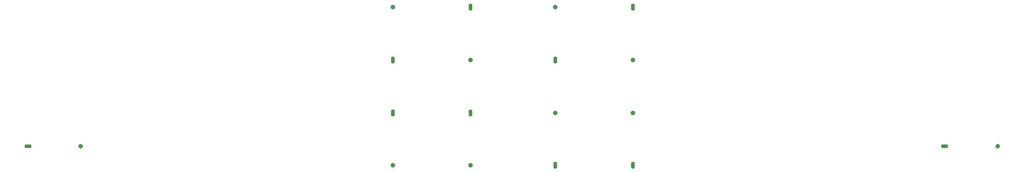
<source format=gbr>
%TF.GenerationSoftware,Altium Limited,Altium Designer,22.5.1 (42)*%
G04 Layer_Color=0*
%FSLAX26Y26*%
%MOIN*%
%TF.SameCoordinates,06390142-FE97-446B-9427-C7DC68BF18C4*%
%TF.FilePolarity,Positive*%
%TF.FileFunction,NonPlated,1,8,NPTH,Drill*%
%TF.Part,Single*%
G01*
G75*
%TA.AperFunction,ComponentDrill*%
%ADD47O,0.022835X0.039370*%
%ADD48C,0.025984*%
%ADD49C,0.025984*%
%ADD50O,0.039370X0.022835*%
D47*
X3897638Y1761811D02*
D03*
X4803150Y1466535D02*
D03*
X4370079D02*
D03*
X4803150Y2352362D02*
D03*
X4370079Y2057087D02*
D03*
X3897638Y2352362D02*
D03*
X3464567Y2057087D02*
D03*
Y1761811D02*
D03*
D48*
X3897638Y1466535D02*
D03*
X4803150Y1761811D02*
D03*
X4370079D02*
D03*
X4803150Y2057087D02*
D03*
X4370079Y2352362D02*
D03*
X3897638Y2057087D02*
D03*
X3464567Y2352362D02*
D03*
Y1466535D02*
D03*
D49*
X6840551Y1574803D02*
D03*
X1722441D02*
D03*
D50*
X6545276D02*
D03*
X1427165D02*
D03*
%TF.MD5,59650cab0a817b29c273a272dab44c2b*%
M02*

</source>
